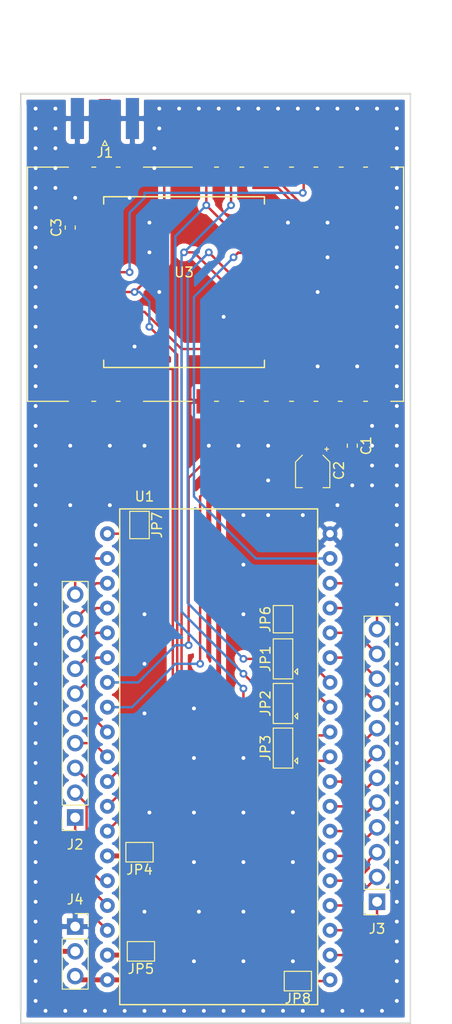
<source format=kicad_pcb>
(kicad_pcb (version 20211014) (generator pcbnew)
  (layers (0 "F.Cu" signal) (31 "B.Cu" signal) (34 "B.Paste" user) (35 "F.Paste" user) (36 "B.SilkS" user "B.Silkscreen") (37 "F.SilkS" user "F.Silkscreen") (38 "B.Mask" user) (39 "F.Mask" user) (44 "Edge.Cuts" user))
  (net 0 "")
  (net 1 "GND")
  (net 2 "VCC")
  (net 3 "RXEN")
  (net 4 "TXEN")
  (net 5 "NRST")
  (net 6 "BUSY")
  (net 7 "DIO1")
  (net 8 "NSS")
  (net 9 "SCK")
  (net 10 "MISO")
  (net 11 "MOSI")
  (net 12 "Net-(J1-Pad1)")
  (net 13 "Net-(JP1-Pad3)")
  (net 14 "Net-(JP1-Pad1)")
  (net 15 "Net-(JP2-Pad1)")
  (net 16 "Net-(JP3-Pad1)")
  (net 17 "Net-(JP4-Pad2)")
  (net 18 "Net-(JP5-Pad2)")
  (net 19 "3v3")
  (net 20 "Net-(JP7-Pad2)")
  (net 21 "Net-(JP8-Pad1)")
  (net 22 "GPIO10")
  (net 23 "GPIO9")
  (net 24 "GPIO13")
  (net 25 "GPIO26")
  (net 26 "GPIO25")
  (net 27 "GPIO35")
  (net 28 "GPIO34")
  (net 29 "GPIO39")
  (net 30 "GPIO36")
  (net 31 "EN")
  (net 32 "GPIO7")
  (net 33 "GPIO8")
  (net 34 "GPIO15")
  (net 35 "GPIO2")
  (net 36 "GPIO0")
  (net 37 "GPIO4")
  (net 38 "GPIO16")
  (net 39 "GPIO17")
  (net 40 "GPIO21")
  (net 41 "GPIO3")
  (net 42 "GPIO1")
  (net 43 "GPIO22")
  (footprint "lora_tracker:esp32 devkit" (layer "F.Cu") (at 97.79 85.725)
    (fp_text reference "U1")
    (fp_text value "ESP32")
  )
  (footprint "Jumper:SolderJumper-3_P1.3mm_Open_Pad1.0x1.5mm" (layer "F.Cu") (at 100.584 101.092 90)
    (fp_text reference "JP1")
    (fp_text value "SolderJumper_3_Open")
  )
  (footprint "Jumper:SolderJumper-3_P1.3mm_Open_Pad1.0x1.5mm" (layer "F.Cu") (at 100.584 105.664 90)
    (fp_text reference "JP2")
    (fp_text value "SolderJumper_3_Open")
  )
  (footprint "Jumper:SolderJumper-3_P1.3mm_Open_Pad1.0x1.5mm" (layer "F.Cu") (at 100.584 110.236 90)
    (fp_text reference "JP3")
    (fp_text value "SolderJumper_3_Open")
  )
  (footprint "Jumper:SolderJumper-2_P1.3mm_Open_Pad1.0x1.5mm" (layer "F.Cu") (at 85.994 131.064 180)
    (fp_text reference "JP5")
    (fp_text value "SolderJumper_2_Open")
  )
  (footprint "Jumper:SolderJumper-2_P1.3mm_Open_Pad1.0x1.5mm" (layer "F.Cu") (at 100.584 97.028 90)
    (fp_text reference "JP6")
    (fp_text value "SolderJumper_2_Open")
  )
  (footprint "Connector_Coaxial:SMA_Samtec_SMA-J-P-H-ST-EM1_EdgeMount" (layer "F.Cu") (at 82.296 45.72 90)
    (fp_text reference "J1")
    (fp_text value "Conn_Coaxial")
  )
  (footprint "Capacitor_SMD:CP_Elec_3x5.3" (layer "F.Cu") (at 103.632 81.788 -90)
    (fp_text reference "C2")
    (fp_text value "100uF")
  )
  (footprint "Capacitor_SMD:C_0603_1608Metric_Pad1.05x0.95mm_HandSolder" (layer "F.Cu") (at 107.696 79.248 -90)
    (fp_text reference "C1")
    (fp_text value "100nF")
  )
  (footprint "Jumper:SolderJumper-2_P1.3mm_Open_Pad1.0x1.5mm" (layer "F.Cu") (at 85.852 87.376 -90)
    (fp_text reference "JP7")
    (fp_text value "SolderJumper_2_Open")
  )
  (footprint "Jumper:SolderJumper-2_P1.3mm_Open_Pad1.0x1.5mm" (layer "F.Cu") (at 102.108 134.112 180)
    (fp_text reference "JP8")
    (fp_text value "SolderJumper_2_Open")
  )
  (footprint "RF_Module:Ai-Thinker-Ra-01-LoRa" (layer "F.Cu") (at 90.424 62.484)
    (fp_text reference "U3")
    (fp_text value "Ai-Thinker-Ra-01")
  )
  (footprint "Jumper:SolderJumper-2_P1.3mm_Open_Pad1.0x1.5mm" (layer "F.Cu") (at 85.852 120.904 180)
    (fp_text reference "JP4")
    (fp_text value "SolderJumper_2_Open")
  )
  (footprint "Capacitor_SMD:C_0603_1608Metric_Pad1.05x0.95mm_HandSolder" (layer "F.Cu") (at 78.74 56.896 90)
    (fp_text reference "C3")
    (fp_text value "100nF")
  )
  (footprint "Connector_PinSocket_2.54mm:PinSocket_1x10_P2.54mm_Vertical" (layer "F.Cu") (at 79.248 117.348 180)
    (fp_text reference "J2")
    (fp_text value "Conn_01x10_Female")
  )
  (footprint "Connector_PinSocket_2.54mm:PinSocket_1x12_P2.54mm_Vertical" (layer "F.Cu") (at 110.236 125.984 180)
    (fp_text reference "J3")
    (fp_text value "Conn_01x12_Female")
  )
  (footprint "Connector_PinSocket_2.54mm:PinSocket_1x03_P2.54mm_Vertical" (layer "F.Cu") (at 79.248 128.524)
    (fp_text reference "J4")
    (fp_text value "Conn_01x03_Female")
  )
  (footprint "lora_tracker:E22-400M30S" (layer "F.Cu") (at 93.658501 62.7 90)
    (fp_text reference "U2")
    (fp_text value "E22-400M30S" hide)
  )
  (gr_line (start 73.66 43.18) (end 113.665 43.18) (layer "Edge.Cuts") (width 0.2))
  (gr_line (start 73.66 137.16) (end 73.66 138.43) (layer "Edge.Cuts") (width 0.15))
  (gr_line (start 73.66 44.45) (end 73.66 43.18) (layer "Edge.Cuts") (width 0.15))
  (gr_line (start 113.665 138.43) (end 73.66 138.43) (layer "Edge.Cuts") (width 0.15))
  (gr_line (start 113.665 43.18) (end 113.665 138.43) (layer "Edge.Cuts") (width 0.15))
  (gr_line (start 73.66 137.16) (end 73.66 44.45) (layer "Edge.Cuts") (width 0.2))
  (via (at 75.184 128.016) (size 0.8) (drill 0.4) (layers "F.Cu" "B.Cu") (net 1))
  (via (at 78.232 137.16) (size 0.8) (drill 0.4) (layers "F.Cu" "B.Cu") (net 1))
  (via (at 96.52 132.08) (size 0.8) (drill 0.4) (layers "F.Cu" "B.Cu") (net 1))
  (via (at 82.804 85.344) (size 0.8) (drill 0.4) (layers "F.Cu" "B.Cu") (net 1))
  (via (at 112.268 89.408) (size 0.8) (drill 0.4) (layers "F.Cu" "B.Cu") (net 1))
  (via (at 87.884 63.5) (size 0.8) (drill 0.4) (layers "F.Cu" "B.Cu") (net 1))
  (via (at 75.184 73.152) (size 0.8) (drill 0.4) (layers "F.Cu" "B.Cu") (net 1))
  (via (at 112.268 85.344) (size 0.8) (drill 0.4) (layers "F.Cu" "B.Cu") (net 1))
  (via (at 112.268 117.856) (size 0.8) (drill 0.4) (layers "F.Cu" "B.Cu") (net 1))
  (via (at 99.06 82.804) (size 0.8) (drill 0.4) (layers "F.Cu" "B.Cu") (net 1))
  (via (at 112.268 56.896) (size 0.8) (drill 0.4) (layers "F.Cu" "B.Cu") (net 1))
  (via (at 112.268 50.8) (size 0.8) (drill 0.4) (layers "F.Cu" "B.Cu") (net 1))
  (via (at 112.268 46.736) (size 0.8) (drill 0.4) (layers "F.Cu" "B.Cu") (net 1))
  (via (at 86.868 116.84) (size 0.8) (drill 0.4) (layers "F.Cu" "B.Cu") (net 1))
  (via (at 112.268 93.472) (size 0.8) (drill 0.4) (layers "F.Cu" "B.Cu") (net 1))
  (via (at 102.616 137.16) (size 0.8) (drill 0.4) (layers "F.Cu" "B.Cu") (net 1))
  (via (at 91.948 127) (size 0.8) (drill 0.4) (layers "F.Cu" "B.Cu") (net 1))
  (via (at 78.74 79.248) (size 0.8) (drill 0.4) (layers "F.Cu" "B.Cu") (net 1))
  (via (at 96.52 127) (size 0.8) (drill 0.4) (layers "F.Cu" "B.Cu") (net 1))
  (via (at 112.268 58.928) (size 0.8) (drill 0.4) (layers "F.Cu" "B.Cu") (net 1))
  (via (at 109.728 77.216) (size 0.8) (drill 0.4) (layers "F.Cu" "B.Cu") (net 1))
  (via (at 91.44 111.252) (size 0.8) (drill 0.4) (layers "F.Cu" "B.Cu") (net 1))
  (via (at 112.268 134.112) (size 0.8) (drill 0.4) (layers "F.Cu" "B.Cu") (net 1))
  (via (at 75.184 69.088) (size 0.8) (drill 0.4) (layers "F.Cu" "B.Cu") (net 1))
  (via (at 112.268 107.696) (size 0.8) (drill 0.4) (layers "F.Cu" "B.Cu") (net 1))
  (via (at 109.728 81.28) (size 0.8) (drill 0.4) (layers "F.Cu" "B.Cu") (net 1))
  (via (at 102.616 86.36) (size 0.8) (drill 0.4) (layers "F.Cu" "B.Cu") (net 1))
  (via (at 75.184 77.216) (size 0.8) (drill 0.4) (layers "F.Cu" "B.Cu") (net 1))
  (via (at 101.092 56.388) (size 0.8) (drill 0.4) (layers "F.Cu" "B.Cu") (net 1))
  (via (at 112.268 132.08) (size 0.8) (drill 0.4) (layers "F.Cu" "B.Cu") (net 1))
  (via (at 112.268 91.44) (size 0.8) (drill 0.4) (layers "F.Cu" "B.Cu") (net 1))
  (via (at 112.268 87.376) (size 0.8) (drill 0.4) (layers "F.Cu" "B.Cu") (net 1))
  (via (at 96.52 137.16) (size 0.8) (drill 0.4) (layers "F.Cu" "B.Cu") (net 1))
  (via (at 76.2 137.16) (size 0.8) (drill 0.4) (layers "F.Cu" "B.Cu") (net 1))
  (via (at 112.268 103.632) (size 0.8) (drill 0.4) (layers "F.Cu" "B.Cu") (net 1))
  (via (at 96.52 116.84) (size 0.8) (drill 0.4) (layers "F.Cu" "B.Cu") (net 1))
  (via (at 112.268 52.832) (size 0.8) (drill 0.4) (layers "F.Cu" "B.Cu") (net 1))
  (via (at 91.44 132.08) (size 0.8) (drill 0.4) (layers "F.Cu" "B.Cu") (net 1))
  (via (at 75.184 101.6) (size 0.8) (drill 0.4) (layers "F.Cu" "B.Cu") (net 1))
  (via (at 75.184 75.184) (size 0.8) (drill 0.4) (layers "F.Cu" "B.Cu") (net 1))
  (via (at 112.268 69.088) (size 0.8) (drill 0.4) (layers "F.Cu" "B.Cu") (net 1))
  (via (at 77.216 44.704) (size 0.8) (drill 0.4) (layers "F.Cu" "B.Cu") (net 1))
  (via (at 112.268 125.984) (size 0.8) (drill 0.4) (layers "F.Cu" "B.Cu") (net 1))
  (via (at 107.696 83.312) (size 0.8) (drill 0.4) (layers "F.Cu" "B.Cu") (net 1))
  (via (at 112.268 113.792) (size 0.8) (drill 0.4) (layers "F.Cu" "B.Cu") (net 1))
  (via (at 112.268 65.024) (size 0.8) (drill 0.4) (layers "F.Cu" "B.Cu") (net 1))
  (via (at 75.184 52.832) (size 0.8) (drill 0.4) (layers "F.Cu" "B.Cu") (net 1))
  (via (at 96.52 111.252) (size 0.8) (drill 0.4) (layers "F.Cu" "B.Cu") (net 1))
  (via (at 75.184 91.44) (size 0.8) (drill 0.4) (layers "F.Cu" "B.Cu") (net 1))
  (via (at 75.184 48.768) (size 0.8) (drill 0.4) (layers "F.Cu" "B.Cu") (net 1))
  (via (at 112.268 44.704) (size 0.8) (drill 0.4) (layers "F.Cu" "B.Cu") (net 1))
  (via (at 75.184 111.76) (size 0.8) (drill 0.4) (layers "F.Cu" "B.Cu") (net 1))
  (via (at 112.268 109.728) (size 0.8) (drill 0.4) (layers "F.Cu" "B.Cu") (net 1))
  (via (at 96.012 44.704) (size 0.8) (drill 0.4) (layers "F.Cu" "B.Cu") (net 1))
  (via (at 112.268 54.864) (size 0.8) (drill 0.4) (layers "F.Cu" "B.Cu") (net 1))
  (via (at 91.44 116.84) (size 0.8) (drill 0.4) (layers "F.Cu" "B.Cu") (net 1))
  (via (at 112.268 111.76) (size 0.8) (drill 0.4) (layers "F.Cu" "B.Cu") (net 1))
  (via (at 90.424 137.16) (size 0.8) (drill 0.4) (layers "F.Cu" "B.Cu") (net 1))
  (via (at 112.268 121.92) (size 0.8) (drill 0.4) (layers "F.Cu" "B.Cu") (net 1))
  (via (at 77.216 48.768) (size 0.8) (drill 0.4) (layers "F.Cu" "B.Cu") (net 1))
  (via (at 75.184 130.048) (size 0.8) (drill 0.4) (layers "F.Cu" "B.Cu") (net 1))
  (via (at 75.184 46.736) (size 0.8) (drill 0.4) (layers "F.Cu" "B.Cu") (net 1))
  (via (at 108.712 137.16) (size 0.8) (drill 0.4) (layers "F.Cu" "B.Cu") (net 1))
  (via (at 75.184 87.376) (size 0.8) (drill 0.4) (layers "F.Cu" "B.Cu") (net 1))
  (via (at 112.268 97.536) (size 0.8) (drill 0.4) (layers "F.Cu" "B.Cu") (net 1))
  (via (at 75.184 85.344) (size 0.8) (drill 0.4) (layers "F.Cu" "B.Cu") (net 1))
  (via (at 112.268 136.144) (size 0.8) (drill 0.4) (layers "F.Cu" "B.Cu") (net 1))
  (via (at 75.184 99.568) (size 0.8) (drill 0.4) (layers "F.Cu" "B.Cu") (net 1))
  (via (at 75.184 44.704) (size 0.8) (drill 0.4) (layers "F.Cu" "B.Cu") (net 1))
  (via (at 75.184 93.472) (size 0.8) (drill 0.4) (layers "F.Cu" "B.Cu") (net 1))
  (via (at 75.184 58.928) (size 0.8) (drill 0.4) (layers "F.Cu" "B.Cu") (net 1))
  (via (at 87.884 44.704) (size 0.8) (drill 0.4) (layers "F.Cu" "B.Cu") (net 1))
  (via (at 105.156 56.388) (size 0.8) (drill 0.4) (layers "F.Cu" "B.Cu") (net 1))
  (via (at 88.392 137.16) (size 0.8) (drill 0.4) (layers "F.Cu" "B.Cu") (net 1))
  (via (at 98.552 137.16) (size 0.8) (drill 0.4) (layers "F.Cu" "B.Cu") (net 1))
  (via (at 110.744 137.16) (size 0.8) (drill 0.4) (layers "F.Cu" "B.Cu") (net 1))
  (via (at 75.184 97.536) (size 0.8) (drill 0.4) (layers "F.Cu" "B.Cu") (net 1))
  (via (at 75.184 121.92) (size 0.8) (drill 0.4) (layers "F.Cu" "B.Cu") (net 1))
  (via (at 96.012 79.248) (size 0.8) (drill 0.4) (layers "F.Cu" "B.Cu") (net 1))
  (via (at 105.156 59.944) (size 0.8) (drill 0.4) (layers "F.Cu" "B.Cu") (net 1))
  (via (at 106.68 137.16) (size 0.8) (drill 0.4) (layers "F.Cu" "B.Cu") (net 1))
  (via (at 77.216 52.832) (size 0.8) (drill 0.4) (layers "F.Cu" "B.Cu") (net 1))
  (via (at 112.268 119.888) (size 0.8) (drill 0.4) (layers "F.Cu" "B.Cu") (net 1))
  (via (at 75.184 50.8) (size 0.8) (drill 0.4) (layers "F.Cu" "B.Cu") (net 1))
  (via (at 112.268 130.048) (size 0.8) (drill 0.4) (layers "F.Cu" "B.Cu") (net 1))
  (via (at 92.964 79.248) (size 0.8) (drill 0.4) (layers "F.Cu" "B.Cu") (net 1))
  (via (at 75.184 132.08) (size 0.8) (drill 0.4) (layers "F.Cu" "B.Cu") (net 1))
  (via (at 106.172 85.344) (size 0.8) (drill 0.4) (layers "F.Cu" "B.Cu") (net 1))
  (via (at 101.6 127) (size 0.8) (drill 0.4) (layers "F.Cu" "B.Cu") (net 1))
  (via (at 87.884 46.736) (size 0.8) (drill 0.4) (layers "F.Cu" "B.Cu") (net 1))
  (via (at 75.184 107.696) (size 0.8) (drill 0.4) (layers "F.Cu" "B.Cu") (net 1))
  (via (at 112.268 115.824) (size 0.8) (drill 0.4) (layers "F.Cu" "B.Cu") (net 1))
  (via (at 112.268 95.504) (size 0.8) (drill 0.4) (layers "F.Cu" "B.Cu") (net 1))
  (via (at 108.204 44.704) (size 0.8) (drill 0.4) (layers "F.Cu" "B.Cu") (net 1))
  (via (at 101.6 116.84) (size 0.8) (drill 0.4) (layers "F.Cu" "B.Cu") (net 1))
  (via (at 100.076 44.704) (size 0.8) (drill 0.4) (layers "F.Cu" "B.Cu") (net 1))
  (via (at 112.268 81.28) (size 0.8) (drill 0.4) (layers "F.Cu" "B.Cu") (net 1))
  (via (at 101.6 132.08) (size 0.8) (drill 0.4) (layers "F.Cu" "B.Cu") (net 1))
  (via (at 99.06 86.36) (size 0.8) (drill 0.4) (layers "F.Cu" "B.Cu") (net 1))
  (via (at 75.184 115.824) (size 0.8) (drill 0.4) (layers "F.Cu" "B.Cu") (net 1))
  (via (at 87.376 48.768) (size 0.8) (drill 0.4) (layers "F.Cu" "B.Cu") (net 1))
  (via (at 112.268 105.664) (size 0.8) (drill 0.4) (layers "F.Cu" "B.Cu") (net 1))
  (via (at 112.268 62.992) (size 0.8) (drill 0.4) (layers "F.Cu" "B.Cu") (net 1))
  (via (at 86.868 56.388) (size 0.8) (drill 0.4) (layers "F.Cu" "B.Cu") (net 1))
  (via (at 82.296 137.16) (size 0.8) (drill 0.4) (layers "F.Cu" "B.Cu") (net 1))
  (via (at 112.268 79.248) (size 0.8) (drill 0.4) (layers "F.Cu" "B.Cu") (net 1))
  (via (at 100.584 137.16) (size 0.8) (drill 0.4) (layers "F.Cu" "B.Cu") (net 1))
  (via (at 86.36 106.68) (size 0.8) (drill 0.4) (layers "F.Cu" "B.Cu") (net 1))
  (via (at 98.044 44.704) (size 0.8) (drill 0.4) (layers "F.Cu" "B.Cu") (net 1))
  (via (at 112.268 99.568) (size 0.8) (drill 0.4) (layers "F.Cu" "B.Cu") (net 1))
  (via (at 86.36 96.52) (size 0.8) (drill 0.4) (layers "F.Cu" "B.Cu") (net 1))
  (via (at 112.268 128.016) (size 0.8) (drill 0.4) (layers "F.Cu" "B.Cu") (net 1))
  (via (at 94.488 66.04) (size 0.8) (drill 0.4) (layers "F.Cu" "B.Cu") (net 1))
  (via (at 86.36 79.248) (size 0.8) (drill 0.4) (layers "F.Cu" "B.Cu") (net 1))
  (via (at 75.184 123.952) (size 0.8) (drill 0.4) (layers "F.Cu" "B.Cu") (net 1))
  (via (at 86.868 59.436) (size 0.8) (drill 0.4) (layers "F.Cu" "B.Cu") (net 1))
  (via (at 108.204 71.12) (size 0.8) (drill 0.4) (layers "F.Cu" "B.Cu") (net 1))
  (via (at 112.268 60.96) (size 0.8) (drill 0.4) (layers "F.Cu" "B.Cu") (net 1))
  (via (at 112.268 71.12) (size 0.8) (drill 0.4) (layers "F.Cu" "B.Cu") (net 1))
  (via (at 96.52 91.44) (size 0.8) (drill 0.4) (layers "F.Cu" "B.Cu") (net 1))
  (via (at 86.36 127) (size 0.8) (drill 0.4) (layers "F.Cu" "B.Cu") (net 1))
  (via (at 75.184 95.504) (size 0.8) (drill 0.4) (layers "F.Cu" "B.Cu") (net 1))
  (via (at 75.184 125.984) (size 0.8) (drill 0.4) (layers "F.Cu" "B.Cu") (net 1))
  (via (at 96.52 121.92) (size 0.8) (drill 0.4) (layers "F.Cu" "B.Cu") (net 1))
  (via (at 75.184 109.728) (size 0.8) (drill 0.4) (layers "F.Cu" "B.Cu") (net 1))
  (via (at 112.268 75.184) (size 0.8) (drill 0.4) (layers "F.Cu" "B.Cu") (net 1))
  (via (at 79.248 53.848) (size 0.8) (drill 0.4) (layers "F.Cu" "B.Cu") (net 1))
  (via (at 112.268 83.312) (size 0.8) (drill 0.4) (layers "F.Cu" "B.Cu") (net 1))
  (via (at 75.184 79.248) (size 0.8) (drill 0.4) (layers "F.Cu" "B.Cu") (net 1))
  (via (at 112.268 101.6) (size 0.8) (drill 0.4) (layers "F.Cu" "B.Cu") (net 1))
  (via (at 78.74 85.344) (size 0.8) (drill 0.4) (layers "F.Cu" "B.Cu") (net 1))
  (via (at 109.728 79.248) (size 0.8) (drill 0.4) (layers "F.Cu" "B.Cu") (net 1))
  (via (at 99.06 79.248) (size 0.8) (drill 0.4) (layers "F.Cu" "B.Cu") (net 1))
  (via (at 84.836 53.848) (size 0.8) (drill 0.4) (layers "F.Cu" "B.Cu") (net 1))
  (via (at 91.948 44.704) (size 0.8) (drill 0.4) (layers "F.Cu" "B.Cu") (net 1))
  (via (at 75.184 113.792) (size 0.8) (drill 0.4) (layers "F.Cu" "B.Cu") (net 1))
  (via (at 112.268 77.216) (size 0.8) (drill 0.4) (layers "F.Cu" "B.Cu") (net 1))
  (via (at 86.36 101.6) (size 0.8) (drill 0.4) (layers "F.Cu" "B.Cu") (net 1))
  (via (at 75.184 119.888) (size 0.8) (drill 0.4) (layers "F.Cu" "B.Cu") (net 1))
  (via (at 75.184 62.992) (size 0.8) (drill 0.4) (layers "F.Cu" "B.Cu") (net 1))
  (via (at 93.98 44.704) (size 0.8) (drill 0.4) (layers "F.Cu" "B.Cu") (net 1))
  (via (at 75.184 103.632) (size 0.8) (drill 0.4) (layers "F.Cu" "B.Cu") (net 1))
  (via (at 75.184 67.056) (size 0.8) (drill 0.4) (layers "F.Cu" "B.Cu") (net 1))
  (via (at 89.916 44.704) (size 0.8) (drill 0.4) (layers "F.Cu" "B.Cu") (net 1))
  (via (at 77.216 50.8) (size 0.8) (drill 0.4) (layers "F.Cu" "B.Cu") (net 1))
  (via (at 104.14 63.5) (size 0.8) (drill 0.4) (layers "F.Cu" "B.Cu") (net 1))
  (via (at 80.264 137.16) (size 0.8) (drill 0.4) (layers "F.Cu" "B.Cu") (net 1))
  (via (at 110.236 44.704) (size 0.8) (drill 0.4) (layers "F.Cu" "B.Cu") (net 1))
  (via (at 84.328 137.16) (size 0.8) (drill 0.4) (layers "F.Cu" "B.Cu") (net 1))
  (via (at 102.108 44.704) (size 0.8) (drill 0.4) (layers "F.Cu" "B.Cu") (net 1))
  (via (at 92.456 137.16) (size 0.8) (drill 0.4) (layers "F.Cu" "B.Cu") (net 1))
  (via (at 75.184 134.112) (size 0.8) (drill 0.4) (layers "F.Cu" "B.Cu") (net 1))
  (via (at 112.268 48.768) (size 0.8) (drill 0.4) (layers "F.Cu" "B.Cu") (net 1))
  (via (at 112.268 67.056) (size 0.8) (drill 0.4) (layers "F.Cu" "B.Cu") (net 1))
  (via (at 112.268 123.952) (size 0.8) (drill 0.4) (layers "F.Cu" "B.Cu") (net 1))
  (via (at 75.184 136.144) (size 0.8) (drill 0.4) (layers "F.Cu" "B.Cu") (net 1))
  (via (at 109.728 83.312) (size 0.8) (drill 0.4) (layers "F.Cu" "B.Cu") (net 1))
  (via (at 87.376 50.8) (size 0.8) (drill 0.4) (layers "F.Cu" "B.Cu") (net 1))
  (via (at 75.184 71.12) (size 0.8) (drill 0.4) (layers "F.Cu" "B.Cu") (net 1))
  (via (at 75.184 65.024) (size 0.8) (drill 0.4) (layers "F.Cu" "B.Cu") (net 1))
  (via (at 101.6 121.92) (size 0.8) (drill 0.4) (layers "F.Cu" "B.Cu") (net 1))
  (via (at 91.44 106.172) (size 0.8) (drill 0.4) (layers "F.Cu" "B.Cu") (net 1))
  (via (at 106.172 44.704) (size 0.8) (drill 0.4) (layers "F.Cu" "B.Cu") (net 1))
  (via (at 75.184 81.28) (size 0.8) (drill 0.4) (layers "F.Cu" "B.Cu") (net 1))
  (via (at 75.184 56.896) (size 0.8) (drill 0.4) (layers "F.Cu" "B.Cu") (net 1))
  (via (at 75.184 83.312) (size 0.8) (drill 0.4) (layers "F.Cu" "B.Cu") (net 1))
  (via (at 104.14 44.704) (size 0.8) (drill 0.4) (layers "F.Cu" "B.Cu") (net 1))
  (via (at 75.184 105.664) (size 0.8) (drill 0.4) (layers "F.Cu" "B.Cu") (net 1))
  (via (at 104.648 137.16) (size 0.8) (drill 0.4) (layers "F.Cu" "B.Cu") (net 1))
  (via (at 86.36 137.16) (size 0.8) (drill 0.4) (layers "F.Cu" "B.Cu") (net 1))
  (via (at 112.268 73.152) (size 0.8) (drill 0.4) (layers "F.Cu" "B.Cu") (net 1))
  (via (at 75.184 60.96) (size 0.8) (drill 0.4) (layers "F.Cu" "B.Cu") (net 1))
  (via (at 96.52 96.52) (size 0.8) (drill 0.4) (layers "F.Cu" "B.Cu") (net 1))
  (via (at 91.44 121.92) (size 0.8) (drill 0.4) (layers "F.Cu" "B.Cu") (net 1))
  (via (at 77.216 46.736) (size 0.8) (drill 0.4) (layers "F.Cu" "B.Cu") (net 1))
  (via (at 82.804 79.248) (size 0.8) (drill 0.4) (layers "F.Cu" "B.Cu") (net 1))
  (via (at 85.344 69.088) (size 0.8) (drill 0.4) (layers "F.Cu" "B.Cu") (net 1))
  (via (at 75.184 117.856) (size 0.8) (drill 0.4) (layers "F.Cu" "B.Cu") (net 1))
  (via (at 75.184 54.864) (size 0.8) (drill 0.4) (layers "F.Cu" "B.Cu") (net 1))
  (via (at 94.488 137.16) (size 0.8) (drill 0.4) (layers "F.Cu" "B.Cu") (net 1))
  (via (at 75.184 89.408) (size 0.8) (drill 0.4) (layers "F.Cu" "B.Cu") (net 1))
  (via (at 104.14 71.12) (size 0.8) (drill 0.4) (layers "F.Cu" "B.Cu") (net 1))
  (via (at 96.52 86.36) (size 0.8) (drill 0.4) (layers "F.Cu" "B.Cu") (net 1))
  (segment (start 107.246002 77.724) (end 107.153501 77.631499) (width 0.25) (layer "F.Cu") (net 2))
  (segment (start 79.629 133.985) (end 79.248 133.604) (width 0.25) (layer "F.Cu") (net 2))
  (segment (start 82.55 133.985) (end 79.629 133.985) (width 0.5) (layer "F.Cu") (net 2))
  (segment (start 107.788501 74.7) (end 107.788501 77.631499) (width 0.5) (layer "F.Cu") (net 2))
  (segment (start 107.788501 77.631499) (end 107.696 77.724) (width 0.25) (layer "F.Cu") (net 2))
  (segment (start 102.073501 77.631499) (end 93.98 85.725) (width 0.5) (layer "F.Cu") (net 2))
  (segment (start 103.632 80.288) (end 103.632 77.724) (width 0.5) (layer "F.Cu") (net 2))
  (segment (start 88.265 133.985) (end 82.55 133.985) (width 0.5) (layer "F.Cu") (net 2))
  (segment (start 93.98 85.725) (end 93.98 128.27) (width 0.5) (layer "F.Cu") (net 2))
  (segment (start 105.248501 77.631499) (end 102.073501 77.631499) (width 0.5) (layer "F.Cu") (net 2))
  (segment (start 93.98 128.27) (end 88.265 133.985) (width 0.5) (layer "F.Cu") (net 2))
  (segment (start 105.248501 77.631499) (end 107.153501 77.631499) (width 0.5) (layer "F.Cu") (net 2))
  (segment (start 107.696 77.631499) (end 107.788501 77.631499) (width 0.5) (layer "F.Cu") (net 2))
  (segment (start 105.248501 77.631499) (end 105.248501 74.7) (width 0.5) (layer "F.Cu") (net 2))
  (segment (start 107.696 78.928) (end 107.696 77.631499) (width 0.5) (layer "F.Cu") (net 2))
  (segment (start 107.153501 77.631499) (end 107.696 77.631499) (width 0.5) (layer "F.Cu") (net 2))
  (segment (start 97.79 75.655) (end 90.895 82.55) (width 0.25) (layer "F.Cu") (net 3))
  (segment (start 97.628501 74.7) (end 97.628501 75.1) (width 0.25) (layer "F.Cu") (net 3))
  (segment (start 90.895 82.55) (end 90.895 99.695) (width 0.25) (layer "F.Cu") (net 3))
  (segment (start 97.79 75.261499) (end 97.79 75.655) (width 0.25) (layer "F.Cu") (net 3))
  (segment (start 97.628501 75.1) (end 97.79 75.261499) (width 0.25) (layer "F.Cu") (net 3))
  (via (at 90.895 99.695) (size 0.8) (drill 0.4) (layers "F.Cu" "B.Cu") (net 3))
  (segment (start 89.535 99.695) (end 85.725 103.505) (width 0.25) (layer "B.Cu") (net 3))
  (segment (start 85.725 103.505) (end 82.55 103.505) (width 0.25) (layer "B.Cu") (net 3))
  (segment (start 90.895 99.695) (end 89.535 99.695) (width 0.25) (layer "B.Cu") (net 3))
  (segment (start 100.33 76.2) (end 92.075 84.455) (width 0.25) (layer "F.Cu") (net 4))
  (segment (start 100.168501 75.1) (end 100.33 75.261499) (width 0.25) (layer "F.Cu") (net 4))
  (segment (start 100.168501 74.7) (end 100.168501 75.1) (width 0.25) (layer "F.Cu") (net 4))
  (segment (start 92.075 84.455) (end 92.075 101.6) (width 0.25) (layer "F.Cu") (net 4))
  (segment (start 100.33 75.261499) (end 100.33 76.2) (width 0.25) (layer "F.Cu") (net 4))
  (via (at 92.075 101.6) (size 0.8) (drill 0.4) (layers "F.Cu" "B.Cu") (net 4))
  (segment (start 85.09 106.045) (end 82.55 106.045) (width 0.25) (layer "B.Cu") (net 4))
  (segment (start 89.535 101.6) (end 85.09 106.045) (width 0.25) (layer "B.Cu") (net 4))
  (segment (start 92.075 101.6) (end 89.535 101.6) (width 0.25) (layer "B.Cu") (net 4))
  (segment (start 89.26998 71.38502) (end 80.52902 71.38502) (width 0.25) (layer "F.Cu") (net 5))
  (segment (start 102.708501 53.247499) (end 102.616 53.34) (width 0.25) (layer "F.Cu") (net 5))
  (segment (start 89.26998 106.94502) (end 82.55 113.665) (width 0.25) (layer "F.Cu") (net 5))
  (segment (start 82.44 61.468) (end 82.424 61.484) (width 0.25) (layer "F.Cu") (net 5))
  (segment (start 79.248 62.992) (end 80.756 61.484) (width 0.25) (layer "F.Cu") (net 5))
  (segment (start 80.52902 71.38502) (end 79.248 70.104) (width 0.25) (layer "F.Cu") (net 5))
  (segment (start 84.836 61.468) (end 82.44 61.468) (width 0.25) (layer "F.Cu") (net 5))
  (segment (start 80.756 61.484) (end 82.424 61.484) (width 0.25) (layer "F.Cu") (net 5))
  (segment (start 102.708501 50.7) (end 102.708501 51.1) (width 0.25) (layer "F.Cu") (net 5))
  (segment (start 79.248 70.104) (end 79.248 62.992) (width 0.25) (layer "F.Cu") (net 5))
  (segment (start 89.26998 71.38502) (end 89.26998 106.94502) (width 0.25) (layer "F.Cu") (net 5))
  (segment (start 102.708501 50.7) (end 102.708501 53.247499) (width 0.25) (layer "F.Cu") (net 5))
  (via (at 102.616 53.34) (size 0.8) (drill 0.4) (layers "F.Cu" "B.Cu") (net 5))
  (via (at 84.836 61.468) (size 0.8) (drill 0.4) (layers "F.Cu" "B.Cu") (net 5))
  (segment (start 84.836 55.372) (end 84.836 61.468) (width 0.25) (layer "B.Cu") (net 5))
  (segment (start 102.616 53.34) (end 86.36 53.34) (width 0.25) (layer "B.Cu") (net 5))
  (segment (start 86.36 53.34) (end 86.36 53.848) (width 0.25) (layer "B.Cu") (net 5))
  (segment (start 86.36 53.848) (end 84.836 55.372) (width 0.25) (layer "B.Cu") (net 5))
  (segment (start 89.71999 69.917296) (end 86.863347 67.060653) (width 0.25) (layer "F.Cu") (net 6))
  (segment (start 88.392 60.452) (end 88.392 50.292) (width 0.25) (layer "F.Cu") (net 6))
  (segment (start 89.71999 72.20501) (end 89.71999 109.03501) (width 0.25) (layer "F.Cu") (net 6))
  (segment (start 82.424 63.484) (end 82.674 63.484) (width 0.25) (layer "F.Cu") (net 6))
  (segment (start 88.392 50.292) (end 90.932 47.752) (width 0.25) (layer "F.Cu") (net 6))
  (segment (start 82.69 63.5) (end 85.344 63.5) (width 0.25) (layer "F.Cu") (net 6))
  (segment (start 90.932 47.752) (end 105.156 47.752) (width 0.25) (layer "F.Cu") (net 6))
  (segment (start 105.156 47.752) (end 105.248501 47.844501) (width 0.25) (layer "F.Cu") (net 6))
  (segment (start 89.71999 72.20501) (end 89.71999 69.917296) (width 0.25) (layer "F.Cu") (net 6))
  (segment (start 82.674 63.484) (end 82.69 63.5) (width 0.25) (layer "F.Cu") (net 6))
  (segment (start 85.344 63.5) (end 88.392 60.452) (width 0.25) (layer "F.Cu") (net 6))
  (segment (start 105.248501 47.844501) (end 105.248501 50.7) (width 0.25) (layer "F.Cu") (net 6))
  (segment (start 89.71999 109.03501) (end 82.55 116.205) (width 0.25) (layer "F.Cu") (net 6))
  (via (at 86.863347 67.060653) (size 0.8) (drill 0.4) (layers "F.Cu" "B.Cu") (net 6))
  (via (at 85.344 63.5) (size 0.8) (drill 0.4) (layers "F.Cu" "B.Cu") (net 6))
  (segment (start 86.863347 64.520653) (end 85.842694 63.5) (width 0.25) (layer "B.Cu") (net 6))
  (segment (start 86.863347 67.060653) (end 86.863347 64.520653) (width 0.25) (layer "B.Cu") (net 6))
  (segment (start 85.842694 63.5) (end 85.344 63.5) (width 0.25) (layer "B.Cu") (net 6))
  (segment (start 100.584 72.136) (end 107.788501 64.931499) (width 0.25) (layer "F.Cu") (net 7))
  (segment (start 94.742 69.342) (end 97.536 72.136) (width 0.25) (layer "F.Cu") (net 7))
  (segment (start 82.674 65.484) (end 82.424 65.484) (width 0.25) (layer "F.Cu") (net 7))
  (segment (start 90.17 111.125) (end 90.17 69.342) (width 0.25) (layer "F.Cu") (net 7))
  (segment (start 82.55 118.745) (end 90.17 111.125) (width 0.25) (layer "F.Cu") (net 7))
  (segment (start 107.788501 64.931499) (end 107.788501 50.7) (width 0.25) (layer "F.Cu") (net 7))
  (segment (start 86.36 65.532) (end 82.722 65.532) (width 0.25) (layer "F.Cu") (net 7))
  (segment (start 90.17 69.342) (end 94.742 69.342) (width 0.25) (layer "F.Cu") (net 7))
  (segment (start 82.722 65.532) (end 82.674 65.484) (width 0.25) (layer "F.Cu") (net 7))
  (segment (start 97.536 72.136) (end 100.584 72.136) (width 0.25) (layer "F.Cu") (net 7))
  (segment (start 90.17 69.342) (end 86.36 65.532) (width 0.25) (layer "F.Cu") (net 7))
  (segment (start 96.52 104.14) (end 96.52 108.712) (width 0.25) (layer "F.Cu") (net 8))
  (segment (start 98.424 57.484) (end 95.584 57.484) (width 0.25) (layer "F.Cu") (net 8))
  (segment (start 95.584 57.484) (end 92.71 54.61) (width 0.25) (layer "F.Cu") (net 8))
  (segment (start 92.71 50.861499) (end 92.548501 50.7) (width 0.25) (layer "F.Cu") (net 8))
  (segment (start 96.52 108.712) (end 98.044 110.236) (width 0.25) (layer "F.Cu") (net 8))
  (segment (start 98.044 110.236) (end 100.584 110.236) (width 0.25) (layer "F.Cu") (net 8))
  (segment (start 92.71 54.61) (end 92.71 50.861499) (width 0.25) (layer "F.Cu") (net 8))
  (via (at 92.71 54.61) (size 0.8) (drill 0.4) (layers "F.Cu" "B.Cu") (net 8))
  (via (at 96.52 104.14) (size 0.8) (drill 0.4) (layers "F.Cu" "B.Cu") (net 8))
  (segment (start 89.535 97.155) (end 96.52 104.14) (width 0.25) (layer "B.Cu") (net 8))
  (segment (start 92.71 54.61) (end 89.535 57.785) (width 0.25) (layer "B.Cu") (net 8))
  (segment (start 89.535 57.785) (end 89.535 97.155) (width 0.25) (layer "B.Cu") (net 8))
  (segment (start 96.52 102.616) (end 98.044 104.14) (width 0.25) (layer "F.Cu") (net 9))
  (segment (start 98.044 105.664) (end 100.584 105.664) (width 0.25) (layer "F.Cu") (net 9))
  (segment (start 95.488 63.484) (end 98.424 63.484) (width 0.25) (layer "F.Cu") (net 9))
  (segment (start 95.25 50.861499) (end 95.088501 50.7) (width 0.25) (layer "F.Cu") (net 9))
  (segment (start 91.44 59.436) (end 95.488 63.484) (width 0.25) (layer "F.Cu") (net 9))
  (segment (start 90.424 59.436) (end 91.44 59.436) (width 0.25) (layer "F.Cu") (net 9))
  (segment (start 98.044 104.14) (end 98.044 105.664) (width 0.25) (layer "F.Cu") (net 9))
  (segment (start 95.25 54.61) (end 95.25 50.861499) (width 0.25) (layer "F.Cu") (net 9))
  (via (at 96.52 102.616) (size 0.8) (drill 0.4) (layers "F.Cu" "B.Cu") (net 9))
  (via (at 90.424 59.436) (size 0.8) (drill 0.4) (layers "F.Cu" "B.Cu") (net 9))
  (via (at 95.25 54.61) (size 0.8) (drill 0.4) (layers "F.Cu" "B.Cu") (net 9))
  (segment (start 90.424 59.436) (end 90.17 59.69) (width 0.25) (layer "B.Cu") (net 9))
  (segment (start 95.25 54.61) (end 90.424 59.436) (width 0.25) (layer "B.Cu") (net 9))
  (segment (start 90.17 95.885) (end 90.17 96.266) (width 0.25) (layer "B.Cu") (net 9))
  (segment (start 90.17 96.266) (end 96.52 102.616) (width 0.25) (layer "B.Cu") (net 9))
  (segment (start 90.17 59.69) (end 90.17 95.885) (width 0.25) (layer "B.Cu") (net 9))
  (segment (start 100.168501 52.2) (end 103.124 55.155499) (width 0.25) (layer "F.Cu") (net 10))
  (segment (start 100.168501 50.7) (end 100.168501 52.2) (width 0.25) (layer "F.Cu") (net 10))
  (segment (start 101.584 61.484) (end 98.424 61.484) (width 0.25) (layer "F.Cu") (net 10))
  (segment (start 96.52 101.092) (end 100.584 101.092) (width 0.25) (layer "F.Cu") (net 10))
  (segment (start 100.33 50.861499) (end 100.168501 50.7) (width 0.25) (layer "F.Cu") (net 10))
  (segment (start 103.124 59.944) (end 101.584 61.484) (width 0.25) (layer "F.Cu") (net 10))
  (segment (start 92.964 59.436) (end 95.012 61.484) (width 0.25) (layer "F.Cu") (net 10))
  (segment (start 95.012 61.484) (end 98.424 61.484) (width 0.25) (layer "F.Cu") (net 10))
  (segment (start 103.124 55.155499) (end 103.124 59.944) (width 0.25) (layer "F.Cu") (net 10))
  (via (at 96.52 101.092) (size 0.8) (drill 0.4) (layers "F.Cu" "B.Cu") (net 10))
  (via (at 92.964 59.436) (size 0.8) (drill 0.4) (layers "F.Cu" "B.Cu") (net 10))
  (segment (start 90.805 61.595) (end 92.964 59.436) (width 0.25) (layer "B.Cu") (net 10))
  (segment (start 90.805 95.377) (end 96.52 101.092) (width 0.25) (layer "B.Cu") (net 10))
  (segment (start 90.805 95.25) (end 90.805 95.377) (width 0.25) (layer "B.Cu") (net 10))
  (segment (start 90.805 63.5) (end 90.805 61.595) (width 0.25) (layer "B.Cu") (net 10))
  (segment (start 90.805 63.5) (end 90.805 95.25) (width 0.25) (layer "B.Cu") (net 10))
  (segment (start 98.424 59.484) (end 99.674 59.484) (width 0.25) (layer "F.Cu") (net 11))
  (segment (start 100.23 58.928) (end 102.108 58.928) (width 0.25) (layer "F.Cu") (net 11))
  (segment (start 97.79 50.861499) (end 97.628501 50.7) (width 0.25) (layer "F.Cu") (net 11))
  (segment (start 96.06 59.484) (end 98.424 59.484) (width 0.25) (layer "F.Cu") (net 11))
  (segment (start 95.504 59.944) (end 96.012 59.436) (width 0.25) (layer "F.Cu") (net 11))
  (segment (start 96.012 59.436) (end 96.06 59.484) (width 0.25) (layer "F.Cu") (net 11))
  (segment (start 100.076 52.832) (end 97.536 52.832) (width 0.25) (layer "F.Cu") (net 11))
  (segment (start 97.628501 52.739499) (end 97.628501 50.7) (width 0.25) (layer "F.Cu") (net 11))
  (segment (start 102.108 58.928) (end 102.616 58.42) (width 0.25) (layer "F.Cu") (net 11))
  (segment (start 97.536 52.832) (end 97.628501 52.739499) (width 0.25) (layer "F.Cu") (net 11))
  (segment (start 102.616 58.42) (end 102.616 55.372) (width 0.25) (layer "F.Cu") (net 11))
  (segment (start 102.616 55.372) (end 100.076 52.832) (width 0.25) (layer "F.Cu") (net 11))
  (segment (start 99.674 59.484) (end 100.23 58.928) (width 0.25) (layer "F.Cu") (net 11))
  (via (at 95.504 59.944) (size 0.8) (drill 0.4) (layers "F.Cu" "B.Cu") (net 11))
  (segment (start 95.504 59.944) (end 95.504 59.944) (width 0.25) (layer "B.Cu") (net 11))
  (segment (start 91.44 65.532) (end 91.44 84.45641) (width 0.25) (layer "B.Cu") (net 11))
  (segment (start 97.79 90.805) (end 105.41 90.805) (width 0.25) (layer "B.Cu") (net 11))
  (segment (start 91.44 65.532) (end 91.44 64.008) (width 0.25) (layer "B.Cu") (net 11))
  (segment (start 91.44 65.405) (end 91.44 65.532) (width 0.25) (layer "B.Cu") (net 11))
  (segment (start 96.5836 89.60001) (end 96.58501 89.60001) (width 0.25) (layer "B.Cu") (net 11))
  (segment (start 96.58501 89.60001) (end 97.79 90.805) (width 0.25) (layer "B.Cu") (net 11))
  (segment (start 91.44 64.008) (end 95.504 59.944) (width 0.25) (layer "B.Cu") (net 11))
  (segment (start 91.44 84.45641) (end 96.5836 89.60001) (width 0.25) (layer "B.Cu") (net 11))
  (segment (start 82.296 45.52) (end 82.296 50.587499) (width 1) (layer "F.Cu") (net 12))
  (segment (start 82.424 55.484) (end 82.424 50.715499) (width 1) (layer "F.Cu") (net 12))
  (segment (start 82.424 50.715499) (end 82.408501 50.7) (width 0.25) (layer "F.Cu") (net 12))
  (segment (start 82.555001 50.8465) (end 82.408501 50.7) (width 0.25) (layer "F.Cu") (net 12))
  (segment (start 82.296 50.587499) (end 82.408501 50.7) (width 0.25) (layer "F.Cu") (net 12))
  (segment (start 100.584 97.678) (end 100.584 99.792) (width 0.25) (layer "F.Cu") (net 13))
  (segment (start 100.584 99.792) (end 101.697 99.792) (width 0.25) (layer "F.Cu") (net 13))
  (segment (start 101.697 99.792) (end 105.41 103.505) (width 0.25) (layer "F.Cu") (net 13))
  (segment (start 100.584 102.392) (end 100.584 104.364) (width 0.25) (layer "F.Cu") (net 14))
  (segment (start 103.729 104.364) (end 105.41 106.045) (width 0.25) (layer "F.Cu") (net 14))
  (segment (start 100.584 104.364) (end 103.729 104.364) (width 0.25) (layer "F.Cu") (net 14))
  (segment (start 100.584 106.964) (end 100.584 108.936) (width 0.25) (layer "F.Cu") (net 15))
  (segment (start 105.059 108.936) (end 105.41 108.585) (width 0.25) (layer "F.Cu") (net 15))
  (segment (start 100.584 108.936) (end 105.059 108.936) (width 0.25) (layer "F.Cu") (net 15))
  (segment (start 104.999 111.536) (end 105.41 111.125) (width 0.25) (layer "F.Cu") (net 16))
  (segment (start 100.584 111.536) (end 104.999 111.536) (width 0.25) (layer "F.Cu") (net 16))
  (segment (start 82.55 121.285) (end 84.821 121.285) (width 0.5) (layer "F.Cu") (net 17))
  (segment (start 84.821 121.285) (end 85.202 120.904) (width 0.25) (layer "F.Cu") (net 17))
  (segment (start 82.55 131.445) (end 84.963 131.445) (width 0.5) (layer "F.Cu") (net 18))
  (segment (start 84.963 131.445) (end 85.344 131.064) (width 0.25) (layer "F.Cu") (net 18))
  (segment (start 78.232 136.144) (end 76.708 134.62) (width 0.5) (layer "F.Cu") (net 19))
  (segment (start 88.9 136.144) (end 81.28 136.144) (width 0.5) (layer "F.Cu") (net 19))
  (segment (start 77.724 76.2) (end 77.724 60.452) (width 0.5) (layer "F.Cu") (net 19))
  (segment (start 81.788 80.264) (end 77.724 76.2) (width 0.5) (layer "F.Cu") (net 19))
  (segment (start 82.804 81.28) (end 81.788 80.264) (width 0.5) (layer "F.Cu") (net 19))
  (segment (start 85.852 86.726) (end 85.852 84.328) (width 0.5) (layer "F.Cu") (net 19))
  (segment (start 78.692 59.484) (end 82.424 59.484) (width 0.5) (layer "F.Cu") (net 19))
  (segment (start 85.852 84.328) (end 82.804 81.28) (width 0.5) (layer "F.Cu") (net 19))
  (segment (start 76.708 131.064) (end 76.708 77.216) (width 0.5) (layer "F.Cu") (net 19))
  (segment (start 90.932 134.112) (end 88.9 136.144) (width 0.5) (layer "F.Cu") (net 19))
  (segment (start 78.692 59.484) (end 78.74 59.436) (width 0.25) (layer "F.Cu") (net 19))
  (segment (start 77.724 60.452) (end 78.692 59.484) (width 0.5) (layer "F.Cu") (net 19))
  (segment (start 101.458 134.112) (end 90.932 134.112) (width 0.5) (layer "F.Cu") (net 19))
  (segment (start 81.28 136.144) (end 80.264 136.144) (width 0.5) (layer "F.Cu") (net 19))
  (segment (start 76.708 134.62) (end 76.708 131.064) (width 0.5) (layer "F.Cu") (net 19))
  (segment (start 76.708 77.216) (end 77.724 76.2) (width 0.5) (layer "F.Cu") (net 19))
  (segment (start 80.264 136.144) (end 78.232 136.144) (width 0.5) (layer "F.Cu") (net 19))
  (segment (start 79.248 131.064) (end 76.708 131.064) (width 0.5) (layer "F.Cu") (net 19))
  (segment (start 78.74 59.436) (end 78.74 57.771) (width 0.5) (layer "F.Cu") (net 19))
  (segment (start 82.55 88.265) (end 85.613 88.265) (width 0.25) (layer "F.Cu") (net 20))
  (segment (start 85.613 88.265) (end 85.852 88.026) (width 0.25) (layer "F.Cu") (net 20))
  (segment (start 102.758 134.112) (end 105.283 134.112) (width 0.25) (layer "F.Cu") (net 21))
  (segment (start 105.283 134.112) (end 105.41 133.985) (width 0.25) (layer "F.Cu") (net 21))
  (segment (start 79.248 125.603) (end 79.248 117.348) (width 0.25) (layer "F.Cu") (net 22))
  (segment (start 82.55 128.905) (end 79.248 125.603) (width 0.25) (layer "F.Cu") (net 22))
  (segment (start 80.423001 115.983001) (end 80.423001 119.728999) (width 0.25) (layer "F.Cu") (net 23))
  (segment (start 82.55 126.365) (end 79.756 123.571) (width 0.25) (layer "F.Cu") (net 23))
  (segment (start 79.248 114.808) (end 80.423001 115.983001) (width 0.25) (layer "F.Cu") (net 23))
  (segment (start 80.423001 119.728999) (end 79.756 120.396) (width 0.25) (layer "F.Cu") (net 23))
  (segment (start 79.756 123.571) (end 79.756 120.396) (width 0.25) (layer "F.Cu") (net 23))
  (segment (start 79.248 112.268) (end 80.873011 113.893011) (width 0.25) (layer "F.Cu") (net 24))
  (segment (start 80.873011 122.834989) (end 81.788 123.749978) (width 0.25) (layer "F.Cu") (net 24))
  (segment (start 81.788 123.749978) (end 82.474978 123.749978) (width 0.25) (layer "F.Cu") (net 24))
  (segment (start 80.873011 113.893011) (end 80.873011 122.834989) (width 0.25) (layer "F.Cu") (net 24))
  (segment (start 82.474978 123.749978) (end 82.55 123.825) (width 0.25) (layer "F.Cu") (net 24))
  (segment (start 79.248 109.728) (end 81.28 109.728) (width 0.25) (layer "F.Cu") (net 25))
  (segment (start 81.28 109.728) (end 81.28 109.855) (width 0.25) (layer "F.Cu") (net 25))
  (segment (start 81.28 109.855) (end 82.55 111.125) (width 0.25) (layer "F.Cu") (net 25))
  (segment (start 79.248 107.188) (end 81.153 107.188) (width 0.25) (layer "F.Cu") (net 26))
  (segment (start 81.153 107.188) (end 82.55 108.585) (width 0.25) (layer "F.Cu") (net 26))
  (segment (start 79.248 104.648) (end 80.772 103.124) (width 0.25) (layer "F.Cu") (net 27))
  (segment (start 80.772 103.124) (end 80.772 101.6) (width 0.25) (layer "F.Cu") (net 27))
  (segment (start 80.772 101.6) (end 81.407 100.965) (width 0.25) (layer "F.Cu") (net 27))
  (segment (start 81.407 100.965) (end 82.55 100.965) (width 0.25) (layer "F.Cu") (net 27))
  (segment (start 79.248 102.108) (end 80.772 100.584) (width 0.25) (layer "F.Cu") (net 28))
  (segment (start 81.407 98.425) (end 82.55 98.425) (width 0.25) (layer "F.Cu") (net 28))
  (segment (start 80.772 100.584) (end 80.772 99.06) (width 0.25) (layer "F.Cu") (net 28))
  (segment (start 80.772 99.06) (end 81.407 98.425) (width 0.25) (layer "F.Cu") (net 28))
  (segment (start 81.407 95.885) (end 82.55 95.885) (width 0.25) (layer "F.Cu") (net 29))
  (segment (start 80.772 96.52) (end 81.407 95.885) (width 0.25) (layer "F.Cu") (net 29))
  (segment (start 79.248 99.568) (end 80.772 98.044) (width 0.25) (layer "F.Cu") (net 29))
  (segment (start 80.772 98.044) (end 80.772 96.52) (width 0.25) (layer "F.Cu") (net 29))
  (segment (start 80.772 95.504) (end 80.772 93.98) (width 0.25) (layer "F.Cu") (net 30))
  (segment (start 81.407 93.345) (end 82.55 93.345) (width 0.25) (layer "F.Cu") (net 30))
  (segment (start 80.772 93.98) (end 81.407 93.345) (width 0.25) (layer "F.Cu") (net 30))
  (segment (start 79.248 97.028) (end 80.772 95.504) (width 0.25) (layer "F.Cu") (net 30))
  (segment (start 79.248 94.488) (end 79.248 91.948) (width 0.25) (layer "F.Cu") (net 31))
  (segment (start 79.248 91.948) (end 80.391 90.805) (width 0.25) (layer "F.Cu") (net 31))
  (segment (start 80.391 90.805) (end 82.55 90.805) (width 0.25) (layer "F.Cu") (net 31))
  (segment (start 110.236 125.984) (end 110.236 130.048) (width 0.25) (layer "F.Cu") (net 32))
  (segment (start 108.585 131.445) (end 105.41 131.445) (width 0.25) (layer "F.Cu") (net 32))
  (segment (start 110.236 130.048) (end 108.712 131.572) (width 0.25) (layer "F.Cu") (net 32))
  (segment (start 108.712 131.572) (end 108.585 131.445) (width 0.25) (layer "F.Cu") (net 32))
  (segment (start 110.236 123.444) (end 108.204 125.476) (width 0.25) (layer "F.Cu") (net 33))
  (segment (start 108.204 128.524) (end 107.823 128.905) (width 0.25) (layer "F.Cu") (net 33))
  (segment (start 108.204 125.476) (end 108.204 128.524) (width 0.25) (layer "F.Cu") (net 33))
  (segment (start 107.823 128.905) (end 105.41 128.905) (width 0.25) (layer "F.Cu") (net 33))
  (segment (start 108.204 123.736998) (end 108.204 124.46) (width 0.25) (layer "F.Cu") (net 34))
  (segment (start 110.236 120.904) (end 109.386001 121.753999) (width 0.25) (layer "F.Cu") (net 34))
  (segment (start 107.696 124.968) (end 107.696 125.984) (width 0.25) (layer "F.Cu") (net 34))
  (segment (start 108.204 124.46) (end 107.696 124.968) (width 0.25) (layer "F.Cu") (net 34))
  (segment (start 109.386001 122.554997) (end 108.204 123.736998) (width 0.25) (layer "F.Cu") (net 34))
  (segment (start 109.386001 121.753999) (end 109.386001 122.554997) (width 0.25) (layer "F.Cu") (net 34))
  (segment (start 107.315 126.365) (end 105.41 126.365) (width 0.25) (layer "F.Cu") (net 34))
  (segment (start 107.696 125.984) (end 107.315 126.365) (width 0.25) (layer "F.Cu") (net 34))
  (segment (start 107.061 123.825) (end 105.41 123.825) (width 0.25) (layer "F.Cu") (net 35))
  (segment (start 107.188 123.952) (end 107.061 123.825) (width 0.25) (layer "F.Cu") (net 35))
  (segment (start 108.712 122.428) (end 107.188 123.952) (width 0.25) (layer "F.Cu") (net 35))
  (segment (start 110.236 118.364) (end 108.712 119.888) (width 0.25) (layer "F.Cu") (net 35))
  (segment (start 108.712 119.888) (end 108.712 122.428) (width 0.25) (layer "F.Cu") (net 35))
  (segment (start 108.204 120.396) (end 107.315 121.285) (width 0.25) (layer "F.Cu") (net 36))
  (segment (start 110.236 115.824) (end 108.204 117.856) (width 0.25) (layer "F.Cu") (net 36))
  (segment (start 108.204 117.856) (end 108.204 120.396) (width 0.25) (layer "F.Cu") (net 36))
  (segment (start 107.315 121.285) (end 105.41 121.285) (width 0.25) (layer "F.Cu") (net 36))
  (segment (start 107.188 118.364) (end 106.807 118.745) (width 0.25) (layer "F.Cu") (net 37))
  (segment (start 108.204 116.84) (end 107.188 117.856) (width 0.25) (layer "F.Cu") (net 37))
  (segment (start 106.807 118.745) (end 105.41 118.745) (width 0.25) (layer "F.Cu") (net 37))
  (segment (start 107.188 117.856) (end 107.188 118.364) (width 0.25) (layer "F.Cu") (net 37))
  (segment (start 108.204 115.316) (end 108.204 116.84) (width 0.25) (layer "F.Cu") (net 37))
  (segment (start 110.236 113.284) (end 108.204 115.316) (width 0.25) (layer "F.Cu") (net 37))
  (segment (start 107.696 113.284) (end 107.696 115.316) (width 0.25) (layer "F.Cu") (net 38))
  (segment (start 107.696 115.316) (end 106.807 116.205) (width 0.25) (layer "F.Cu") (net 38))
  (segment (start 110.236 110.744) (end 107.696 113.284) (width 0.25) (layer "F.Cu") (net 38))
  (segment (start 106.807 116.205) (end 105.41 116.205) (width 0.25) (layer "F.Cu") (net 38))
  (segment (start 106.68 113.284) (end 106.68 113.792) (width 0.25) (layer "F.Cu") (net 39))
  (segment (start 108.204 110.236) (end 108.204 111.76) (width 0.25) (layer "F.Cu") (net 39))
  (segment (start 106.553 113.665) (end 105.41 113.665) (width 0.25) (layer "F.Cu") (net 39))
  (segment (start 110.236 108.204) (end 108.204 110.236) (width 0.25) (layer "F.Cu") (net 39))
  (segment (start 108.204 111.76) (end 106.68 113.284) (width 0.25) (layer "F.Cu") (net 39))
  (segment (start 106.68 113.792) (end 106.553 113.665) (width 0.25) (layer "F.Cu") (net 39))
  (segment (start 107.696 101.6) (end 107.061 100.965) (width 0.25) (layer "F.Cu") (net 40))
  (segment (start 107.696 103.124) (end 107.696 101.6) (width 0.25) (layer "F.Cu") (net 40))
  (segment (start 110.236 105.664) (end 107.696 103.124) (width 0.25) (layer "F.Cu") (net 40))
  (segment (start 107.061 100.965) (end 105.41 100.965) (width 0.25) (layer "F.Cu") (net 40))
  (segment (start 108.204 101.092) (end 108.204 99.568) (width 0.25) (layer "F.Cu") (net 41))
  (segment (start 108.204 99.568) (end 107.061 98.425) (width 0.25) (layer "F.Cu") (net 41))
  (segment (start 110.236 103.124) (end 108.204 101.092) (width 0.25) (layer "F.Cu") (net 41))
  (segment (start 107.061 98.425) (end 105.41 98.425) (width 0.25) (layer "F.Cu") (net 41))
  (segment (start 110.236 100.584) (end 108.712 99.06) (width 0.25) (layer "F.Cu") (net 42))
  (segment (start 107.569 95.885) (end 105.41 95.885) (width 0.25) (layer "F.Cu") (net 42))
  (segment (start 108.712 99.06) (end 108.712 97.028) (width 0.25) (layer "F.Cu") (net 42))
  (segment (start 108.712 97.028) (end 107.569 95.885) (width 0.25) (layer "F.Cu") (net 42))
  (segment (start 110.236 98.044) (end 110.236 94.488) (width 0.25) (layer "F.Cu") (net 43))
  (segment (start 110.236 94.488) (end 109.093 93.345) (width 0.25) (layer "F.Cu") (net 43))
  (segment (start 109.093 93.345) (end 105.41 93.345) (width 0.25) (layer "F.Cu") (net 43))
  (zone (net 1) (net_name "GND") (layer "F.Cu") (connect_pads (clearance 0.508)) (min_thickness 0.254) (fill yes (thermal_gap 0.508) (thermal_bridge_width 0.508))
    (polygon (pts (xy 73.66 43.18) (xy 113.665 43.18) (xy 113.665 138.43) (xy 73.66 138.43)))
  )
  (zone (net 1) (net_name "GND") (layer "B.Cu") (connect_pads (clearance 0.508)) (min_thickness 0.254) (fill yes (thermal_gap 0.508) (thermal_bridge_width 0.508))
    (polygon (pts (xy 73.66 43.18) (xy 113.665 43.18) (xy 113.665 138.43) (xy 73.66 138.43)))
  )
)
</source>
